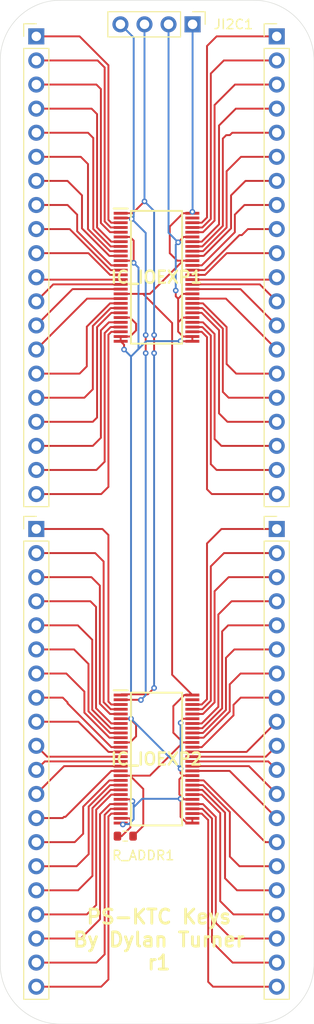
<source format=kicad_pcb>
(kicad_pcb (version 20240108) (generator "pcbnew") (generator_version "8.0")
  (title_block (title "Keyboard/Trackball Combo - Key IO Expanders") (date "2024-09-30") (rev "1") (company "Polymath Studio"))
  (layers (0 "F.Cu" signal) (31 "B.Cu" signal) (34 "B.Paste" user) (35 "F.Paste" user) (36 "B.SilkS" user "B.Silkscreen") (37 "F.SilkS" user "F.Silkscreen") (38 "B.Mask" user) (39 "F.Mask" user) (44 "Edge.Cuts" user))
  (net 0 "")
  (net 1 "/K5")
  (net 2 "/KESC")
  (net 3 "/KF9")
  (net 4 "/KT")
  (net 5 "/K9")
  (net 6 "/KD")
  (net 7 "/KHOME")
  (net 8 "/KF4")
  (net 9 "/KPGDOWN")
  (net 10 "/KO")
  (net 11 "GND")
  (net 12 "/K6")
  (net 13 "/KF5")
  (net 14 "/KF7")
  (net 15 "/KI")
  (net 16 "/KP")
  (net 17 "/KTAB")
  (net 18 "/KF3")
  (net 19 "/KF12")
  (net 20 "/KF8")
  (net 21 "VCC")
  (net 22 "/SDA")
  (net 23 "/KPGUP")
  (net 24 "/K0")
  (net 25 "/KF11")
  (net 26 "/KEND")
  (net 27 "/KF2")
  (net 28 "/KM")
  (net 29 "/KL")
  (net 30 "/K7")
  (net 31 "/KK")
  (net 32 "/K1")
  (net 33 "/KU")
  (net 34 "/KF")
  (net 35 "/KF6")
  (net 36 "/K8")
  (net 37 "/K3")
  (net 38 "/K4")
  (net 39 "/KR")
  (net 40 "/SCL")
  (net 41 "/KF1")
  (net 42 "/KF10")
  (net 43 "/KJ")
  (net 44 "/K2")
  (net 45 "/KZ")
  (net 46 "/KBSLASH")
  (net 47 "/KLBRACK")
  (net 48 "/KDEL")
  (net 49 "/KQ")
  (net 50 "/KCTRL")
  (net 51 "/KN")
  (net 52 "/KX")
  (net 53 "/KCOMPOSE")
  (net 54 "/KALT")
  (net 55 "/KTILDE")
  (net 56 "/KSPACE")
  (net 57 "/KPERIOD")
  (net 58 "/KINS")
  (net 59 "/KSLASH")
  (net 60 "/KG")
  (net 61 "/KCAPS")
  (net 62 "/KRETURN")
  (net 63 "/KWIN")
  (net 64 "/KDOWN")
  (net 65 "/KC")
  (net 66 "/KQUOTE")
  (net 67 "/KY")
  (net 68 "/KH")
  (net 69 "/KLEFT")
  (net 70 "/KSEMI")
  (net 71 "/KB")
  (net 72 "/KEQ")
  (net 73 "/KRIGHT")
  (net 74 "/KV")
  (net 75 "/KUP")
  (net 76 "/KW")
  (net 77 "/KS")
  (net 78 "/KMINUS")
  (net 79 "/KE")
  (net 80 "/KRBRACK")
  (net 81 "/KSHIFT")
  (net 82 "/KBSPACE")
  (net 83 "/KCOMMA")
  (net 84 "/KA")
  (net 85 "unconnected-(R_ADDR1-Pad2)")
  (footprint "Connector_PinHeader_2.54mm:PinHeader_1x04_P2.54mm_Vertical" (layer "F.Cu") (at 41.91 24.13 -90)
    (property "Reference" "JI2C1")
    (property "Value" "Conn_01x04_Pin" (hide yes))
  )
  (footprint "Connector_PinHeader_2.54mm:PinHeader_1x20_P2.54mm_Vertical" (layer "F.Cu") (at 50.8 77.343)
    (property "Reference" "JKEYSR2" (hide yes))
    (property "Value" "Conn_01x20_Pin" (hide yes))
  )
  (footprint "PCA9505DGGY:SOP50P810X120-56N" (layer "F.Cu") (at 38.1 50.8)
    (property "Reference" "IC_IOEXP1")
    (property "Value" "~" (hide yes))
  )
  (footprint "PCA9505DGGY:SOP50P810X120-56N" (layer "F.Cu") (at 38.1 101.6)
    (property "Reference" "IC_IOEXP2")
    (property "Value" "~" (hide yes))
  )
  (footprint "Resistor_SMD:R_0603_1608Metric" (layer "F.Cu") (at 34.798 109.728 180)
    (property "Reference" "R_ADDR1")
    (property "Value" "1-10k")
  )
  (footprint "Connector_PinHeader_2.54mm:PinHeader_1x20_P2.54mm_Vertical" (layer "F.Cu") (at 50.8 25.4)
    (property "Reference" "JKEYSR1" (hide yes))
    (property "Value" "Conn_01x20_Pin" (hide yes))
  )
  (footprint "Connector_PinHeader_2.54mm:PinHeader_1x20_P2.54mm_Vertical" (layer "F.Cu") (at 25.4 25.4)
    (property "Reference" "JKEYSL1" (hide yes))
    (property "Value" "Conn_01x20_Pin" (hide yes))
  )
  (footprint "Connector_PinHeader_2.54mm:PinHeader_1x20_P2.54mm_Vertical" (layer "F.Cu") (at 25.4 77.343)
    (property "Reference" "JKEYSL2" (hide yes))
    (property "Value" "Conn_01x20_Pin" (hide yes))
  )
  (gr_arc (start 21.59 27.94) (mid 23.449872 23.449872) (end 27.94 21.59) (stroke (width 0.05)) (layer "Edge.Cuts"))
  (gr_line (start 54.737 123.19) (end 54.737 27.94) (stroke (width 0.05)) (layer "Edge.Cuts"))
  (gr_arc (start 48.387 21.59) (mid 52.877128 23.449872) (end 54.737 27.94) (stroke (width 0.05)) (layer "Edge.Cuts"))
  (gr_line (start 48.387 129.54) (end 27.94 129.54) (stroke (width 0.05)) (layer "Edge.Cuts"))
  (gr_line (start 27.94 21.59) (end 48.387 21.59) (stroke (width 0.05)) (layer "Edge.Cuts"))
  (gr_line (start 21.59 27.94) (end 21.59 123.19) (stroke (width 0.05)) (layer "Edge.Cuts"))
  (gr_arc (start 27.94 129.54) (mid 23.449872 127.680128) (end 21.59 123.19) (stroke (width 0.05)) (layer "Edge.Cuts"))
  (gr_arc (start 54.737 123.19) (mid 52.877128 127.680128) (end 48.387 129.54) (stroke (width 0.05)) (layer "Edge.Cuts"))
  (gr_text "PS-KTC Keys\nBy Dylan Turner\nr1" (at 38.354 120.65 0) (layer "F.SilkS") (effects (font (size 1.5 1.5) (thickness 0.3) (bold yes))))
  (segment (start 32.22 67.729) (end 31.369 68.58) (width 0.2) (layer "F.Cu") (net 1))
  (segment (start 32.22 56.401) (end 32.22 67.729) (width 0.2) (layer "F.Cu") (net 1))
  (segment (start 33.071 55.55) (end 32.22 56.401) (width 0.2) (layer "F.Cu") (net 1))
  (segment (start 31.369 68.58) (end 25.4 68.58) (width 0.2) (layer "F.Cu") (net 1))
  (segment (start 34.312 55.55) (end 33.071 55.55) (width 0.2) (layer "F.Cu") (net 1))
  (segment (start 34.312 53.05) (end 30.77 53.05) (width 0.2) (layer "F.Cu") (net 2))
  (segment (start 30.77 53.05) (end 25.4 58.42) (width 0.2) (layer "F.Cu") (net 2))
  (segment (start 42.8755 47.05) (end 44.704 45.2215) (width 0.2) (layer "F.Cu") (net 3))
  (segment (start 46.482 33.02) (end 50.8 33.02) (width 0.2) (layer "F.Cu") (net 3))
  (segment (start 44.704 45.2215) (end 44.704 34.798) (width 0.2) (layer "F.Cu") (net 3))
  (segment (start 41.888 47.05) (end 42.8755 47.05) (width 0.2) (layer "F.Cu") (net 3))
  (segment (start 44.704 34.798) (end 46.482 33.02) (width 0.2) (layer "F.Cu") (net 3))
  (segment (start 32.62 56.688814) (end 32.62 70.25) (width 0.2) (layer "F.Cu") (net 4))
  (segment (start 31.75 71.12) (end 25.4 71.12) (width 0.2) (layer "F.Cu") (net 4))
  (segment (start 34.312 56.05) (end 33.258814 56.05) (width 0.2) (layer "F.Cu") (net 4))
  (segment (start 33.258814 56.05) (end 32.62 56.688814) (width 0.2) (layer "F.Cu") (net 4))
  (segment (start 32.62 70.25) (end 31.75 71.12) (width 0.2) (layer "F.Cu") (net 4))
  (segment (start 45.523686 48.26) (end 50.8 48.26) (width 0.2) (layer "F.Cu") (net 5))
  (segment (start 41.888 50.55) (end 43.233686 50.55) (width 0.2) (layer "F.Cu") (net 5))
  (segment (start 43.233686 50.55) (end 45.523686 48.26) (width 0.2) (layer "F.Cu") (net 5))
  (segment (start 34.312 52.05) (end 29.23 52.05) (width 0.2) (layer "F.Cu") (net 6))
  (segment (start 29.23 52.05) (end 25.4 55.88) (width 0.2) (layer "F.Cu") (net 6))
  (segment (start 33.127442 48.55) (end 30.226 45.648558) (width 0.2) (layer "F.Cu") (net 7))
  (segment (start 28.702 40.64) (end 25.4 40.64) (width 0.2) (layer "F.Cu") (net 7))
  (segment (start 30.226 42.164) (end 28.702 40.64) (width 0.2) (layer "F.Cu") (net 7))
  (segment (start 34.312 48.55) (end 33.127442 48.55) (width 0.2) (layer "F.Cu") (net 7))
  (segment (start 30.226 45.648558) (end 30.226 42.164) (width 0.2) (layer "F.Cu") (net 7))
  (segment (start 31.242 33.02) (end 25.4 33.02) (width 0.2) (layer "F.Cu") (net 8))
  (segment (start 34.312 47.05) (end 33.3245 47.05) (width 0.2) (layer "F.Cu") (net 8))
  (segment (start 33.3245 47.05) (end 31.82 45.5455) (width 0.2) (layer "F.Cu") (net 8))
  (segment (start 31.82 33.598) (end 31.242 33.02) (width 0.2) (layer "F.Cu") (net 8))
  (segment (start 31.82 45.5455) (end 31.82 33.598) (width 0.2) (layer "F.Cu") (net 8))
  (segment (start 47.498 40.64) (end 50.8 40.64) (width 0.2) (layer "F.Cu") (net 9))
  (segment (start 45.974 42.164) (end 47.498 40.64) (width 0.2) (layer "F.Cu") (net 9))
  (segment (start 45.974 45.648558) (end 45.974 42.164) (width 0.2) (layer "F.Cu") (net 9))
  (segment (start 43.072558 48.55) (end 45.974 45.648558) (width 0.2) (layer "F.Cu") (net 9))
  (segment (start 41.888 48.55) (end 43.072558 48.55) (width 0.2) (layer "F.Cu") (net 9))
  (segment (start 43.006872 55.55) (end 44.234 56.777128) (width 0.2) (layer "F.Cu") (net 10))
  (segment (start 41.888 55.55) (end 43.006872 55.55) (width 0.2) (layer "F.Cu") (net 10))
  (segment (start 44.958 68.58) (end 50.8 68.58) (width 0.2) (layer "F.Cu") (net 10))
  (segment (start 44.234 67.856) (end 44.958 68.58) (width 0.2) (layer "F.Cu") (net 10))
  (segment (start 44.234 56.777128) (end 44.234 67.856) (width 0.2) (layer "F.Cu") (net 10))
  (segment (start 41.888 57.55) (end 40.659 57.55) (width 0.2) (layer "F.Cu") (net 11))
  (segment (start 40.386 55.5645) (end 40.9005 55.05) (width 0.2) (layer "F.Cu") (net 11))
  (segment (start 35.941 97.9915) (end 35.941 99.2085) (width 0.2) (layer "F.Cu") (net 11))
  (segment (start 35.941 99.2085) (end 35.2995 99.85) (width 0.2) (layer "F.Cu") (net 11))
  (segment (start 35.461 49.05) (end 35.687 49.276) (width 0.2) (layer "F.Cu") (net 11))
  (segment (start 41.888 107.85) (end 41.888 108.35) (width 0.2) (layer "F.Cu") (net 11))
  (segment (start 40.513 105.342) (end 41.021 105.85) (width 0.2) (layer "F.Cu") (net 11))
  (segment (start 41.888 103.35) (end 40.9005 103.35) (width 0.2) (layer "F.Cu") (net 11))
  (segment (start 35.56 106.045) (end 35.365 105.85) (width 0.2) (layer "F.Cu") (net 11))
  (segment (start 35.2995 99.85) (end 34.312 99.85) (width 0.2) (layer "F.Cu") (net 11))
  (segment (start 35.2995 97.35) (end 35.941 97.9915) (width 0.2) (layer "F.Cu") (net 11))
  (segment (start 35.2995 55.05) (end 34.312 55.05) (width 0.2) (layer "F.Cu") (net 11))
  (segment (start 40.9005 52.55) (end 40.386 53.0645) (width 0.2) (layer "F.Cu") (net 11))
  (segment (start 40.9005 103.35) (end 40.513 103.7375) (width 0.2) (layer "F.Cu") (net 11))
  (segment (start 34.312 49.05) (end 35.461 49.05) (width 0.2) (layer "F.Cu") (net 11))
  (segment (start 35.941 55.6915) (end 35.2995 55.05) (width 0.2) (layer "F.Cu") (net 11))
  (segment (start 34.393998 108.35) (end 34.544 108.500002) (width 0.2) (layer "F.Cu") (net 11))
  (segment (start 40.9005 103.35) (end 40.64 103.0895) (width 0.2) (layer "F.Cu") (net 11))
  (segment (start 35.2995 57.05) (end 35.941 56.4085) (width 0.2) (layer "F.Cu") (net 11))
  (segment (start 41.888 52.55) (end 40.9005 52.55) (width 0.2) (layer "F.Cu") (net 11))
  (segment (start 34.312 97.35) (end 35.406572 97.35) (width 0.2) (layer "F.Cu") (net 11))
  (segment (start 40.64 107.6895) (end 40.64 105.791) (width 0.2) (layer "F.Cu") (net 11))
  (segment (start 40.9005 55.05) (end 41.888 55.05) (width 0.2) (layer "F.Cu") (net 11))
  (segment (start 34.671 58.42) (end 34.671 57.909) (width 0.2) (layer "F.Cu") (net 11))
  (segment (start 40.132 52.8105) (end 40.386 53.0645) (width 0.2) (layer "F.Cu") (net 11))
  (segment (start 40.650498 97.79) (end 40.650498 97.600002) (width 0.2) (layer "F.Cu") (net 11))
  (segment (start 34.312 57.05) (end 35.2995 57.05) (width 0.2) (layer "F.Cu") (net 11))
  (segment (start 40.659 57.55) (end 40.64 57.531) (width 0.2) (layer "F.Cu") (net 11))
  (segment (start 40.132 52.197) (end 40.132 52.8105) (width 0.2) (layer "F.Cu") (net 11))
  (segment (start 41.3005 108.35) (end 40.64 107.6895) (width 0.2) (layer "F.Cu") (net 11))
  (segment (start 40.699 105.85) (end 41.888 105.85) (width 0.2) (layer "F.Cu") (net 11))
  (segment (start 34.312 108.35) (end 34.393998 108.35) (width 0.2) (layer "F.Cu") (net 11))
  (segment (start 41.888 46.55) (end 40.953 46.55) (width 0.2) (layer "F.Cu") (net 11))
  (segment (start 35.2995 46.55) (end 35.687 46.9375) (width 0.2) (layer "F.Cu") (net 11))
  (segment (start 35.365 105.85) (end 34.312 105.85) (width 0.2) (layer "F.Cu") (net 11))
  (segment (start 41.888 108.35) (end 41.3005 108.35) (width 0.2) (layer "F.Cu") (net 11))
  (segment (start 40.513 103.7375) (end 40.513 105.342) (width 0.2) (layer "F.Cu") (net 11))
  (segment (start 35.941 56.4085) (end 35.941 55.6915) (width 0.2) (layer "F.Cu") (net 11))
  (segment (start 34.671 57.909) (end 34.312 57.55) (width 0.2) (layer "F.Cu") (net 11))
  (segment (start 41.888 57.55) (end 41.888 57.05) (width 0.2) (layer "F.Cu") (net 11))
  (segment (start 40.64 103.0895) (end 40.64 102.616) (width 0.2) (layer "F.Cu") (net 11))
  (segment (start 34.312 97.35) (end 35.2995 97.35) (width 0.2) (layer "F.Cu") (net 11))
  (segment (start 40.386 53.0645) (end 40.386 55.5645) (width 0.2) (layer "F.Cu") (net 11))
  (segment (start 34.312 46.55) (end 35.2995 46.55) (width 0.2) (layer "F.Cu") (net 11))
  (segment (start 35.406572 97.35) (end 35.406645 97.350073) (width 0.2) (layer "F.Cu") (net 11))
  (segment (start 41.888 57.05) (end 40.9005 57.05) (width 0.2) (layer "F.Cu") (net 11))
  (segment (start 40.9005 97.35) (end 41.888 97.35) (width 0.2) (layer "F.Cu") (net 11))
  (segment (start 34.312 57.55) (end 34.312 57.05) (width 0.2) (layer "F.Cu") (net 11))
  (segment (start 40.650498 97.600002) (end 40.9005 97.35) (width 0.2) (layer "F.Cu") (net 11))
  (segment (start 40.386 56.5355) (end 40.386 55.5645) (width 0.2) (layer "F.Cu") (net 11))
  (segment (start 40.9005 57.05) (end 40.386 56.5355) (width 0.2) (layer "F.Cu") (net 11))
  (segment (start 41.021 105.85) (end 41.888 105.85) (width 0.2) (layer "F.Cu") (net 11))
  (segment (start 40.64 105.791) (end 40.699 105.85) (width 0.2) (layer "F.Cu") (net 11))
  (segment (start 40.953 46.55) (end 40.386 47.117) (width 0.2) (layer "F.Cu") (net 11))
  (segment (start 35.687 46.9375) (end 35.687 49.276) (width 0.2) (layer "F.Cu") (net 11))
  (via (at 40.64 57.531) (size 0.6) (drill 0.3) (layers "F.Cu" "B.Cu") (net 11))
  (via (at 40.64 105.791) (size 0.6) (drill 0.3) (layers "F.Cu" "B.Cu") (net 11))
  (via (at 40.64 102.616) (size 0.6) (drill 0.3) (layers "F.Cu" "B.Cu") (net 11))
  (via (at 40.386 47.117) (size 0.6) (drill 0.3) (layers "F.Cu" "B.Cu") (net 11))
  (via (at 34.544 108.500002) (size 0.6) (drill 0.3) (layers "F.Cu" "B.Cu") (net 11))
  (via (at 34.671 58.42) (size 0.6) (drill 0.3) (layers "F.Cu" "B.Cu") (net 11))
  (via (at 35.687 49.276) (size 0.6) (drill 0.3) (layers "F.Cu" "B.Cu") (net 11))
  (via (at 40.650498 97.79) (size 0.6) (drill 0.3) (layers "F.Cu" "B.Cu") (net 11))
  (via (at 35.56 106.045) (size 0.6) (drill 0.3) (layers "F.Cu" "B.Cu") (net 11))
  (via (at 40.132 52.197) (size 0.6) (drill 0.3) (layers "F.Cu" "B.Cu") (net 11))
  (via (at 35.406645 97.350073) (size 0.6) (drill 0.3) (layers "F.Cu" "B.Cu") (net 11))
  (segment (start 40.64 97.800498) (end 40.650498 97.79) (width 0.2) (layer "B.Cu") (net 11))
  (segment (start 35.406645 97.350073) (end 40.64 102.583428) (width 0.2) (layer "B.Cu") (net 11))
  (segment (start 36.195 49.784) (end 36.195 58.36729) (width 0.2) (layer "B.Cu") (net 11))
  (segment (start 39.37 24.13) (end 39.37 46.101) (width 0.2) (layer "B.Cu") (net 11))
  (segment (start 35.687 49.276) (end 36.195 49.784) (width 0.2) (layer "B.Cu") (net 11))
  (segment (start 35.179 108.458) (end 35.687 107.95) (width 0.2) (layer "B.Cu") (net 11))
  (segment (start 35.406645 59.155645) (end 34.671 58.42) (width 0.2) (layer "B.Cu") (net 11))
  (segment (start 36.041645 58.520645) (end 35.406645 59.155645) (width 0.2) (layer "B.Cu") (net 11))
  (segment (start 36.576 105.791) (end 40.64 105.791) (width 0.2) (layer "B.Cu") (net 11))
  (segment (start 34.586002 108.458) (end 35.179 108.458) (width 0.2) (layer "B.Cu") (net 11))
  (segment (start 36.195 58.36729) (end 36.041645 58.520645) (width 0.2) (layer "B.Cu") (net 11))
  (segment (start 40.386 47.117) (end 40.132 47.371) (width 0.2) (layer "B.Cu") (net 11))
  (segment (start 40.64 57.531) (end 37.03129 57.531) (width 0.2) (layer "B.Cu") (net 11))
  (segment (start 34.544 108.500002) (end 34.586002 108.458) (width 0.2) (layer "B.Cu") (net 11))
  (segment (start 35.687 106.68) (end 36.576 105.791) (width 0.2) (layer "B.Cu") (net 11))
  (segment (start 35.687 106.68) (end 35.687 106.172) (width 0.2) (layer "B.Cu") (net 11))
  (segment (start 35.406645 97.350073) (end 35.406645 59.155645) (width 0.2) (layer "B.Cu") (net 11))
  (segment (start 40.64 102.583428) (end 40.64 102.616) (width 0.2) (layer "B.Cu") (net 11))
  (segment (start 40.64 102.616) (end 40.64 97.800498) (width 0.2) (layer "B.Cu") (net 11))
  (segment (start 35.687 107.95) (end 35.687 106.68) (width 0.2) (layer "B.Cu") (net 11))
  (segment (start 40.132 47.371) (end 40.132 52.197) (width 0.2) (layer "B.Cu") (net 11))
  (segment (start 39.37 46.101) (end 40.386 47.117) (width 0.2) (layer "B.Cu") (net 11))
  (segment (start 37.03129 57.531) (end 36.041645 58.520645) (width 0.2) (layer "B.Cu") (net 11))
  (segment (start 35.687 106.172) (end 35.56 106.045) (width 0.2) (layer "B.Cu") (net 11))
  (segment (start 45.593 66.04) (end 50.8 66.04) (width 0.2) (layer "F.Cu") (net 12))
  (segment (start 41.888 54.55) (end 42.8755 54.55) (width 0.2) (layer "F.Cu") (net 12))
  (segment (start 42.8755 54.55) (end 44.704 56.3785) (width 0.2) (layer "F.Cu") (net 12))
  (segment (start 44.704 56.3785) (end 44.704 65.151) (width 0.2) (layer "F.Cu") (net 12))
  (segment (start 44.704 65.151) (end 45.593 66.04) (width 0.2) (layer "F.Cu") (net 12))
  (segment (start 31.42 45.711186) (end 31.42 36.119) (width 0.2) (layer "F.Cu") (net 13))
  (segment (start 33.258814 47.55) (end 31.42 45.711186) (width 0.2) (layer "F.Cu") (net 13))
  (segment (start 30.861 35.56) (end 25.4 35.56) (width 0.2) (layer "F.Cu") (net 13))
  (segment (start 34.312 47.55) (end 33.258814 47.55) (width 0.2) (layer "F.Cu") (net 13))
  (segment (start 31.42 36.119) (end 30.861 35.56) (width 0.2) (layer "F.Cu") (net 13))
  (segment (start 43.006872 48.05) (end 45.504 45.552872) (width 0.2) (layer "F.Cu") (net 14))
  (segment (start 45.504 45.552872) (end 45.504 39.624) (width 0.2) (layer "F.Cu") (net 14))
  (segment (start 47.028 38.1) (end 50.8 38.1) (width 0.2) (layer "F.Cu") (net 14))
  (segment (start 41.888 48.05) (end 43.006872 48.05) (width 0.2) (layer "F.Cu") (net 14))
  (segment (start 45.504 39.624) (end 47.028 38.1) (width 0.2) (layer "F.Cu") (net 14))
  (segment (start 34.312 54.05) (end 33.258814 54.05) (width 0.2) (layer "F.Cu") (net 15))
  (segment (start 30.48 63.5) (end 25.4 63.5) (width 0.2) (layer "F.Cu") (net 15))
  (segment (start 31.369 55.939814) (end 31.369 62.611) (width 0.2) (layer "F.Cu") (net 15))
  (segment (start 31.369 62.611) (end 30.48 63.5) (width 0.2) (layer "F.Cu") (net 15))
  (segment (start 33.258814 54.05) (end 31.369 55.939814) (width 0.2) (layer "F.Cu") (net 15))
  (segment (start 45.72 63.5) (end 50.8 63.5) (width 0.2) (layer "F.Cu") (net 16))
  (segment (start 41.888 54.05) (end 42.941186 54.05) (width 0.2) (layer "F.Cu") (net 16))
  (segment (start 42.941186 54.05) (end 45.104 56.212814) (width 0.2) (layer "F.Cu") (net 16))
  (segment (start 45.104 62.884) (end 45.72 63.5) (width 0.2) (layer "F.Cu") (net 16))
  (segment (start 45.104 56.212814) (end 45.104 62.884) (width 0.2) (layer "F.Cu") (net 16))
  (segment (start 32.258 73.66) (end 25.4 73.66) (width 0.2) (layer "F.Cu") (net 17))
  (segment (start 34.312 56.55) (end 33.3245 56.55) (width 0.2) (layer "F.Cu") (net 17))
  (segment (start 33.02 56.8545) (end 33.02 72.898) (width 0.2) (layer "F.Cu") (net 17))
  (segment (start 33.02 72.898) (end 32.258 73.66) (width 0.2) (layer "F.Cu") (net 17))
  (segment (start 33.3245 56.55) (end 33.02 56.8545) (width 0.2) (layer "F.Cu") (net 17))
  (segment (start 33.193128 46.05) (end 32.22 45.076872) (width 0.2) (layer "F.Cu") (net 18))
  (segment (start 34.312 46.05) (end 33.193128 46.05) (width 0.2) (layer "F.Cu") (net 18))
  (segment (start 32.22 30.95) (end 31.75 30.48) (width 0.2) (layer "F.Cu") (net 18))
  (segment (start 32.22 45.076872) (end 32.22 30.95) (width 0.2) (layer "F.Cu") (net 18))
  (segment (start 31.75 30.48) (end 25.4 30.48) (width 0.2) (layer "F.Cu") (net 18))
  (segment (start 41.888 45.05) (end 42.8755 45.05) (width 0.2) (layer "F.Cu") (net 19))
  (segment (start 43.434 26.416) (end 44.45 25.4) (width 0.2) (layer "F.Cu") (net 19))
  (segment (start 42.8755 45.05) (end 43.434 44.4915) (width 0.2) (layer "F.Cu") (net 19))
  (segment (start 44.45 25.4) (end 50.8 25.4) (width 0.2) (layer "F.Cu") (net 19))
  (segment (start 43.434 44.4915) (end 43.434 26.416) (width 0.2) (layer "F.Cu") (net 19))
  (segment (start 41.888 47.55) (end 42.941186 47.55) (width 0.2) (layer "F.Cu") (net 20))
  (segment (start 45.847 35.814) (end 46.101 35.56) (width 0.2) (layer "F.Cu") (net 20))
  (segment (start 45.104 36.176) (end 45.466 35.814) (width 0.2) (layer "F.Cu") (net 20))
  (segment (start 46.101 35.56) (end 50.8 35.56) (width 0.2) (layer "F.Cu") (net 20))
  (segment (start 42.941186 47.55) (end 45.104 45.387186) (width 0.2) (layer "F.Cu") (net 20))
  (segment (start 45.466 35.814) (end 45.847 35.814) (width 0.2) (layer "F.Cu") (net 20))
  (segment (start 45.104 45.387186) (end 45.104 36.176) (width 0.2) (layer "F.Cu") (net 20))
  (segment (start 39.497 45.4535) (end 40.9005 44.05) (width 0.2) (layer "F.Cu") (net 21))
  (segment (start 34.312 103.35) (end 37.4005 103.35) (width 0.2) (layer "F.Cu") (net 21))
  (segment (start 35.2995 103.35) (end 34.312 103.35) (width 0.2) (layer "F.Cu") (net 21))
  (segment (start 35.623 109.728) (end 36.703 108.648) (width 0.2) (layer "F.Cu") (net 21))
  (segment (start 41.888 94.85) (end 39.751 92.713) (width 0.2) (layer "F.Cu") (net 21))
  (segment (start 37.4005 103.35) (end 40.9005 99.85) (width 0.2) (layer "F.Cu") (net 21))
  (segment (start 39.751 55.626) (end 36.675 52.55) (width 0.2) (layer "F.Cu") (net 21))
  (segment (start 39.878 98.8275) (end 39.878 96.012) (width 0.2) (layer "F.Cu") (net 21))
  (segment (start 40.287 49.05) (end 39.497 48.26) (width 0.2) (layer "F.Cu") (net 21))
  (segment (start 39.497 48.26) (end 39.497 45.4535) (width 0.2) (layer "F.Cu") (net 21))
  (segment (start 36.675 52.55) (end 34.312 52.55) (width 0.2) (layer "F.Cu") (net 21))
  (segment (start 41.888 49.05) (end 40.9005 49.05) (width 0.2) (layer "F.Cu") (net 21))
  (segment (start 40.9005 99.85) (end 39.878 98.8275) (width 0.2) (layer "F.Cu") (net 21))
  (segment (start 40.9005 49.05) (end 37.4005 52.55) (width 0.2) (layer "F.Cu") (net 21))
  (segment (start 39.751 92.713) (end 39.751 55.626) (width 0.2) (layer "F.Cu") (net 21))
  (segment (start 36.703 108.648) (end 36.703 104.7535) (width 0.2) (layer "F.Cu") (net 21))
  (segment (start 41.04 94.85) (end 41.888 94.85) (width 0.2) (layer "F.Cu") (net 21))
  (segment (start 36.703 104.7535) (end 35.2995 103.35) (width 0.2) (layer "F.Cu") (net 21))
  (segment (start 41.888 49.05) (end 40.287 49.05) (width 0.2) (layer "F.Cu") (net 21))
  (segment (start 39.878 96.012) (end 41.04 94.85) (width 0.2) (layer "F.Cu") (net 21))
  (segment (start 37.4005 52.55) (end 36.675 52.55) (width 0.2) (layer "F.Cu") (net 21))
  (segment (start 40.9005 99.85) (end 41.888 99.85) (width 0.2) (layer "F.Cu") (net 21))
  (segment (start 40.9005 44.05) (end 41.888 44.05) (width 0.2) (layer "F.Cu") (net 21))
  (via (at 41.888 43.899998) (size 0.6) (drill 0.3) (layers "F.Cu" "B.Cu") (net 21))
  (segment (start 41.91 43.877998) (end 41.888 43.899998) (width 0.2) (layer "B.Cu") (net 21))
  (segment (start 41.91 24.13) (end 41.91 43.877998) (width 0.2) (layer "B.Cu") (net 21))
  (segment (start 37.846 56.896) (end 37.846 58.801) (width 0.2) (layer "F.Cu") (net 22))
  (segment (start 36.83 42.799) (end 35.579 44.05) (width 0.2) (layer "F.Cu") (net 22))
  (segment (start 35.579 44.05) (end 34.312 44.05) (width 0.2) (layer "F.Cu") (net 22))
  (segment (start 37.846 94.107) (end 37.176 94.777) (width 0.2) (layer "F.Cu") (net 22))
  (segment (start 34.385 94.777) (end 34.312 94.85) (width 0.2) (layer "F.Cu") (net 22))
  (segment (start 37.176 94.777) (end 34.385 94.777) (width 0.2) (layer "F.Cu") (net 22))
  (via (at 37.846 94.107) (size 0.6) (drill 0.3) (layers "F.Cu" "B.Cu") (net 22))
  (via (at 37.846 56.896) (size 0.6) (drill 0.3) (layers "F.Cu" "B.Cu") (net 22))
  (via (at 36.83 42.799) (size 0.6) (drill 0.3) (layers "F.Cu" "B.Cu") (net 22))
  (via (at 37.846 58.801) (size 0.6) (drill 0.3) (layers "F.Cu" "B.Cu") (net 22))
  (segment (start 36.83 42.799) (end 37.846 43.815) (width 0.2) (layer "B.Cu") (net 22))
  (segment (start 36.83 42.799) (end 36.83 24.13) (width 0.2) (layer "B.Cu") (net 22))
  (segment (start 37.846 43.815) (end 37.846 56.896) (width 0.2) (layer "B.Cu") (net 22))
  (segment (start 37.846 58.801) (end 37.846 94.107) (width 0.2) (layer "B.Cu") (net 22))
  (segment (start 41.888 49.55) (end 42.8755 49.55) (width 0.2) (layer "F.Cu") (net 23))
  (segment (start 42.8755 49.55) (end 46.374 46.0515) (width 0.2) (layer "F.Cu") (net 23))
  (segment (start 46.374 46.0515) (end 46.374 44.196) (width 0.2) (layer "F.Cu") (net 23))
  (segment (start 46.374 44.196) (end 47.39 43.18) (width 0.2) (layer "F.Cu") (net 23))
  (segment (start 47.39 43.18) (end 50.8 43.18) (width 0.2) (layer "F.Cu") (net 23))
  (segment (start 45.43 53.05) (end 50.8 58.42) (width 0.2) (layer "F.Cu") (net 24))
  (segment (start 41.888 53.05) (end 45.43 53.05) (width 0.2) (layer "F.Cu") (net 24))
  (segment (start 43.834 29.318) (end 45.212 27.94) (width 0.2) (layer "F.Cu") (net 25))
  (segment (start 42.941186 45.55) (end 43.834 44.657186) (width 0.2) (layer "F.Cu") (net 25))
  (segment (start 43.834 44.657186) (end 43.834 29.318) (width 0.2) (layer "F.Cu") (net 25))
  (segment (start 41.888 45.55) (end 42.941186 45.55) (width 0.2) (layer "F.Cu") (net 25))
  (segment (start 45.212 27.94) (end 50.8 27.94) (width 0.2) (layer "F.Cu") (net 25))
  (segment (start 33.3245 49.55) (end 29.718 45.9435) (width 0.2) (layer "F.Cu") (net 26))
  (segment (start 28.702 43.18) (end 25.4 43.18) (width 0.2) (layer "F.Cu") (net 26))
  (segment (start 34.312 49.55) (end 33.3245 49.55) (width 0.2) (layer "F.Cu") (net 26))
  (segment (start 29.718 44.196) (end 28.702 43.18) (width 0.2) (layer "F.Cu") (net 26))
  (segment (start 29.718 45.9435) (end 29.718 44.196) (width 0.2) (layer "F.Cu") (net 26))
  (segment (start 32.62 28.683) (end 31.877 27.94) (width 0.2) (layer "F.Cu") (net 27))
  (segment (start 34.312 45.55) (end 33.258814 45.55) (width 0.2) (layer "F.Cu") (net 27))
  (segment (start 33.258814 45.55) (end 32.62 44.911186) (width 0.2) (layer "F.Cu") (net 27))
  (segment (start 32.62 44.911186) (end 32.62 28.683) (width 0.2) (layer "F.Cu") (net 27))
  (segment (start 31.877 27.94) (end 25.4 27.94) (width 0.2) (layer "F.Cu") (net 27))
  (segment (start 41.888 56.05) (end 42.941186 56.05) (width 0.2) (layer "F.Cu") (net 28))
  (segment (start 43.834 56.942814) (end 43.834 70.504) (width 0.2) (layer "F.Cu") (net 28))
  (segment (start 42.941186 56.05) (end 43.834 56.942814) (width 0.2) (layer "F.Cu") (net 28))
  (segment (start 44.45 71.12) (end 50.8 71.12) (width 0.2) (layer "F.Cu") (net 28))
  (segment (start 43.834 70.504) (end 44.45 71.12) (width 0.2) (layer "F.Cu") (net 28))
  (segment (start 41.888 51.05) (end 50.55 51.05) (width 0.2) (layer "F.Cu") (net 29))
  (segment (start 50.55 51.05) (end 50.8 50.8) (width 0.2) (layer "F.Cu") (net 29))
  (segment (start 41.888 51.55) (end 49.01 51.55) (width 0.2) (layer "F.Cu") (net 30))
  (segment (start 49.01 51.55) (end 50.8 53.34) (width 0.2) (layer "F.Cu") (net 30))
  (segment (start 33.3245 54.55) (end 31.82 56.0545) (width 0.2) (layer "F.Cu") (net 31))
  (segment (start 31.369 66.04) (end 25.4 66.04) (width 0.2) (layer "F.Cu") (net 31))
  (segment (start 31.82 56.0545) (end 31.82 65.589) (width 0.2) (layer "F.Cu") (net 31))
  (segment (start 34.312 54.55) (end 33.3245 54.55) (width 0.2) (layer "F.Cu") (net 31))
  (segment (start 31.82 65.589) (end 31.369 66.04) (width 0.2) (layer "F.Cu") (net 31))
  (segment (start 29.972 60.96) (end 25.4 60.96) (width 0.2) (layer "F.Cu") (net 32))
  (segment (start 30.734 60.198) (end 29.972 60.96) (width 0.2) (layer "F.Cu") (net 32))
  (segment (start 30.734 56.009128) (end 30.734 60.198) (width 0.2) (layer "F.Cu") (net 32))
  (segment (start 34.312 53.55) (end 33.193128 53.55) (width 0.2) (layer "F.Cu") (net 32))
  (segment (start 33.193128 53.55) (end 30.734 56.009128) (width 0.2) (layer "F.Cu") (net 32))
  (segment (start 41.888 52.05) (end 46.97 52.05) (width 0.2) (layer "F.Cu") (net 33))
  (segment (start 46.97 52.05) (end 50.8 55.88) (width 0.2) (layer "F.Cu") (net 33))
  (segment (start 25.65 51.05) (end 25.4 50.8) (width 0.2) (layer "F.Cu") (net 34))
  (segment (start 34.312 51.05) (end 25.65 51.05) (width 0.2) (layer "F.Cu") (net 34))
  (segment (start 33.193128 48.05) (end 30.861 45.717872) (width 0.2) (layer "F.Cu") (net 35))
  (segment (start 34.312 48.05) (end 33.193128 48.05) (width 0.2) (layer "F.Cu") (net 35))
  (segment (start 30.861 38.862) (end 30.099 38.1) (width 0.2) (layer "F.Cu") (net 35))
  (segment (start 30.861 45.717872) (end 30.861 38.862) (width 0.2) (layer "F.Cu") (net 35))
  (segment (start 30.099 38.1) (end 25.4 38.1) (width 0.2) (layer "F.Cu") (net 35))
  (segment (start 47.117 46.355) (end 47.752 45.72) (width 0.2) (layer "F.Cu") (net 36))
  (segment (start 47.752 45.72) (end 50.8 45.72) (width 0.2) (layer "F.Cu") (net 36))
  (segment (start 43.168 50.05) (end 46.863 46.355) (width 0.2) (layer "F.Cu") (net 36))
  (segment (start 41.888 50.05) (end 43.168 50.05) (width 0.2) (layer "F.Cu") (net 36))
  (segment (start 46.863 46.355) (end 47.117 46.355) (width 0.2) (layer "F.Cu") (net 36))
  (segment (start 28.928814 45.72) (end 25.4 45.72) (width 0.2) (layer "F.Cu") (net 37))
  (segment (start 33.258814 50.05) (end 28.928814 45.72) (width 0.2) (layer "F.Cu") (net 37))
  (segment (start 34.312 50.05) (end 33.258814 50.05) (width 0.2) (layer "F.Cu") (net 37))
  (segment (start 34.312 51.55) (end 27.19 51.55) (width 0.2) (layer "F.Cu") (net 38))
  (segment (start 27.19 51.55) (end 25.4 53.34) (width 0.2) (layer "F.Cu") (net 38))
  (segment (start 46.52 60.96) (end 50.8 60.96) (width 0.2) (layer "F.Cu") (net 39))
  (segment (start 41.888 53.55) (end 43.006872 53.55) (width 0.2) (layer "F.Cu") (net 39))
  (segment (start 43.006872 53.55) (end 45.504 56.047128) (width 0.2) (layer "F.Cu") (net 39))
  (segment (start 45.504 59.944) (end 46.52 60.96) (width 0.2) (layer "F.Cu") (net 39))
  (segment (start 45.504 56.047128) (end 45.504 59.944) (width 0.2) (layer "F.Cu") (net 39))
  (segment (start 36.449 95.377) (end 36.422 95.35) (width 0.2) (layer "F.Cu") (net 40))
  (segment (start 35.382513 44.55) (end 34.312 44.55) (width 0.2) (layer "F.Cu") (net 40))
  (segment (start 36.957 56.896) (end 36.957 58.801) (width 0.2) (layer "F.Cu") (net 40))
  (segment (start 36.422 95.35) (end 34.312 95.35) (width 0.2) (layer "F.Cu") (net 40))
  (segment (start 35.482513 44.65) (end 35.382513 44.55) (width 0.2) (layer "F.Cu") (net 40))
  (via (at 35.482513 44.65) (size 0.6) (drill 0.3) (layers "F.Cu" "B.Cu") (net 40))
  (via (at 36.957 58.801) (size 0.6) (drill 0.3) (layers "F.Cu" "B.Cu") (net 40))
  (via (at 36.449 95.377) (size 0.6) (drill 0.3) (layers "F.Cu" "B.Cu") (net 40))
  (via (at 36.957 56.896) (size 0.6) (drill 0.3) (layers "F.Cu" "B.Cu") (net 40))
  (segment (start 35.482513 44.65) (end 36.957 46.124487) (width 0.2) (layer "B.Cu") (net 40))
  (segment (start 36.957 94.869) (end 36.449 95.377) (width 0.2) (layer "B.Cu") (net 40))
  (segment (start 36.957 46.124487) (end 36.957 56.896) (width 0.2) (layer "B.Cu") (net 40))
  (segment (start 35.687 44.445513) (end 35.482513 44.65) (width 0.2) (layer "B.Cu") (net 40))
  (segment (start 35.687 33.02) (end 35.687 44.445513) (width 0.2) (layer "B.Cu") (net 40))
  (segment (start 34.29 24.13) (end 35.687 25.527) (width 0.2) (layer "B.Cu") (net 40))
  (segment (start 35.687 25.527) (end 35.687 33.02) (width 0.2) (layer "B.Cu") (net 40))
  (segment (start 36.957 58.801) (end 36.957 94.869) (width 0.2) (layer "B.Cu") (net 40))
  (segment (start 33.02 44.7455) (end 33.3245 45.05) (width 0.2) (layer "F.Cu") (net 41))
  (segment (start 33.02 28.448) (end 33.02 44.7455) (width 0.2) (layer "F.Cu") (net 41))
  (segment (start 33.3245 45.05) (end 34.312 45.05) (width 0.2) (layer "F.Cu") (net 41))
  (segment (start 29.972 25.4) (end 33.02 28.448) (width 0.2) (layer "F.Cu") (net 41))
  (segment (start 25.4 25.4) (end 29.972 25.4) (width 0.2) (layer "F.Cu") (net 41))
  (segment (start 43.006872 46.05) (end 44.234 44.822872) (width 0.2) (layer "F.Cu") (net 42))
  (segment (start 44.234 44.822872) (end 44.234 32.639) (width 0.2) (layer "F.Cu") (net 42))
  (segment (start 46.393 30.48) (end 50.8 30.48) (width 0.2) (layer "F.Cu") (net 42))
  (segment (start 41.888 46.05) (end 43.006872 46.05) (width 0.2) (layer "F.Cu") (net 42))
  (segment (start 44.234 32.639) (end 46.393 30.48) (width 0.2) (layer "F.Cu") (net 42))
  (segment (start 41.888 56.55) (end 42.8755 56.55) (width 0.2) (layer "F.Cu") (net 43))
  (segment (start 42.8755 56.55) (end 43.434 57.1085) (width 0.2) (layer "F.Cu") (net 43))
  (segment (start 43.942 73.66) (end 50.8 73.66) (width 0.2) (layer "F.Cu") (net 43))
  (segment (start 43.434 73.152) (end 43.942 73.66) (width 0.2) (layer "F.Cu") (net 43))
  (segment (start 43.434 57.1085) (end 43.434 73.152) (width 0.2) (layer "F.Cu") (net 43))
  (segment (start 34.312 50.55) (end 33.193128 50.55) (width 0.2) (layer "F.Cu") (net 44))
  (segment (start 30.903128 48.26) (end 25.4 48.26) (width 0.2) (layer "F.Cu") (net 44))
  (segment (start 33.193128 50.55) (end 30.903128 48.26) (width 0.2) (layer "F.Cu") (net 44))
  (segment (start 34.312 102.85) (end 33.3245 102.85) (width 0.2) (layer "F.Cu") (net 45))
  (segment (start 33.3245 102.85) (end 28.4785 107.696) (width 0.2) (layer "F.Cu") (net 45))
  (segment (start 28.4785 107.696) (end 28.321 107.696) (width 0.2) (layer "F.Cu") (net 45))
  (segment (start 28.321 107.696) (end 28.194 107.823) (width 0.2) (layer "F.Cu") (net 45))
  (segment (start 28.194 107.823) (end 25.4 107.823) (width 0.2) (layer "F.Cu") (net 45))
  (segment (start 30.353 109.474) (end 29.464 110.363) (width 0.2) (layer "F.Cu") (net 46))
  (segment (start 34.312 103.85) (end 33.127442 103.85) (width 0.2) (layer "F.Cu") (net 46))
  (segment (start 30.353 106.624442) (end 30.353 109.474) (width 0.2) (layer "F.Cu") (net 46))
  (segment (start 33.127442 103.85) (end 30.353 106.624442) (width 0.2) (layer "F.Cu") (net 46))
  (segment (start 29.464 110.363) (end 25.4 110.363) (width 0.2) (layer "F.Cu") (net 46))
  (segment (start 33.3245 100.35) (end 28.702 95.7275) (width 0.2) (layer "F.Cu") (net 47))
  (segment (start 28.702 95.7275) (end 28.702 95.631) (width 0.2) (layer "F.Cu") (net 47))
  (segment (start 28.194 95.123) (end 25.4 95.123) (width 0.2) (layer "F.Cu") (net 47))
  (segment (start 34.312 100.35) (end 33.3245 100.35) (width 0.2) (layer "F.Cu") (net 47))
  (segment (start 28.702 95.631) (end 28.194 95.123) (width 0.2) (layer "F.Cu") (net 47))
  (segment (start 31.731 116.986) (end 30.734 117.983) (width 0.2) (layer "F.Cu") (net 48))
  (segment (start 31.731 106.9435) (end 31.731 116.986) (width 0.2) (layer "F.Cu") (net 48))
  (segment (start 33.3245 105.35) (end 31.731 106.9435) (width 0.2) (layer "F.Cu") (net 48))
  (segment (start 34.312 105.35) (end 33.3245 105.35) (width 0.2) (layer "F.Cu") (net 48))
  (segment (start 30.734 117.983) (end 25.4 117.983) (width 0.2) (layer "F.Cu") (net 48))
  (segment (start 41.888 101.35) (end 49.653 101.35) (width 0.2) (layer "F.Cu") (net 49))
  (segment (start 49.653 101.35) (end 50.8 100.203) (width 0.2) (layer "F.Cu") (net 49))
  (segment (start 33.02 107.6545) (end 33.02 124.841) (width 0.2) (layer "F.Cu") (net 50))
  (segment (start 33.02 124.841) (end 32.258 125.603) (width 0.2) (layer "F.Cu") (net 50))
  (segment (start 33.3245 107.35) (end 33.02 107.6545) (width 0.2) (layer "F.Cu") (net 50))
  (segment (start 32.258 125.603) (end 25.4 125.603) (width 0.2) (layer "F.Cu") (net 50))
  (segment (start 34.312 107.35) (end 33.3245 107.35) (width 0.2) (layer "F.Cu") (net 50))
  (segment (start 45.034 88.138) (end 45.669 87.503) (width 0.2) (layer "F.Cu") (net 51))
  (segment (start 45.034 96.257186) (end 45.034 88.138) (width 0.2) (layer "F.Cu") (net 51))
  (segment (start 45.669 87.503) (end 50.8 87.503) (width 0.2) (layer "F.Cu") (net 51))
  (segment (start 41.888 98.35) (end 42.941186 98.35) (width 0.2) (layer "F.Cu") (net 51))
  (segment (start 42.941186 98.35) (end 45.034 96.257186) (width 0.2) (layer "F.Cu") (net 51))
  (segment (start 31.312 96.403186) (end 31.312 89.027) (width 0.2) (layer "F.Cu") (net 52))
  (segment (start 29.788 87.503) (end 25.4 87.503) (width 0.2) (layer "F.Cu") (net 52))
  (segment (start 33.258814 98.35) (end 31.312 96.403186) (width 0.2) (layer "F.Cu") (net 52))
  (segment (start 31.312 89.027) (end 29.788 87.503) (width 0.2) (layer "F.Cu") (net 52))
  (segment (start 34.312 98.35) (end 33.258814 98.35) (width 0.2) (layer "F.Cu") (net 52))
  (segment (start 46.863 112.903) (end 50.8 112.903) (width 0.2) (layer "F.Cu") (net 53))
  (segment (start 45.847 111.887) (end 46.863 112.903) (width 0.2) (layer "F.Cu") (net 53))
  (segment (start 45.847 107.190128) (end 45.847 111.887) (width 0.2) (layer "F.Cu") (net 53))
  (segment (start 41.888 104.35) (end 43.006872 104.35) (width 0.2) (layer "F.Cu") (net 53))
  (segment (start 43.006872 104.35) (end 45.847 107.190128) (width 0.2) (layer "F.Cu") (net 53))
  (segment (start 44.831 107.3055) (end 44.831 116.586) (width 0.2) (layer "F.Cu") (net 54))
  (segment (start 42.8755 105.35) (end 44.831 107.3055) (width 0.2) (layer "F.Cu") (net 54))
  (segment (start 41.888 105.35) (end 42.8755 105.35) (width 0.2) (layer "F.Cu") (net 54))
  (segment (start 46.228 117.983) (end 50.8 117.983) (width 0.2) (layer "F.Cu") (net 54))
  (segment (start 44.831 116.586) (end 46.228 117.983) (width 0.2) (layer "F.Cu") (net 54))
  (segment (start 46.031 84.963) (end 50.8 84.963) (width 0.2) (layer "F.Cu") (net 55))
  (segment (start 41.888 97.85) (end 42.8755 97.85) (width 0.2) (layer "F.Cu") (net 55))
  (segment (start 44.634 96.0915) (end 44.634 86.36) (width 0.2) (layer "F.Cu") (net 55))
  (segment (start 44.634 86.36) (end 46.031 84.963) (width 0.2) (layer "F.Cu") (net 55))
  (segment (start 42.8755 97.85) (end 44.634 96.0915) (width 0.2) (layer "F.Cu") (net 55))
  (segment (start 45.827 102.85) (end 50.8 107.823) (width 0.2) (layer "F.Cu") (net 56))
  (segment (start 41.888 102.85) (end 45.827 102.85) (width 0.2) (layer "F.Cu") (net 56))
  (segment (start 46.234 95.885) (end 46.996 95.123) (width 0.2) (layer "F.Cu") (net 57))
  (segment (start 42.8755 100.35) (end 46.234 96.9915) (width 0.2) (layer "F.Cu") (net 57))
  (segment (start 41.888 100.35) (end 42.8755 100.35) (width 0.2) (layer "F.Cu") (net 57))
  (segment (start 46.234 96.9915) (end 46.234 95.885) (width 0.2) (layer "F.Cu") (net 57))
  (segment (start 46.996 95.123) (end 50.8 95.123) (width 0.2) (layer "F.Cu") (net 57))
  (segment (start 30.931 111.633) (end 29.661 112.903) (width 0.2) (layer "F.Cu") (net 58))
  (segment (start 33.193128 104.35) (end 30.931 106.612128) (width 0.2) (layer "F.Cu") (net 58))
  (segment (start 34.312 104.35) (end 33.193128 104.35) (width 0.2) (layer "F.Cu") (net 58))
  (segment (start 29.661 112.903) (end 25.4 112.903) (width 0.2) (layer "F.Cu") (net 58))
  (segment (start 30.931 106.612128) (end 30.931 111.633) (width 0.2) (layer "F.Cu") (net 58))
  (segment (start 49.907 101.85) (end 50.8 102.743) (width 0.2) (layer "F.Cu") (net 59))
  (segment (start 41.888 101.85) (end 49.907 101.85) (width 0.2) (layer "F.Cu") (net 59))
  (segment (start 33.032 100.85) (end 29.845 97.663) (width 0.2) (layer "F.Cu") (net 60))
  (segment (start 34.312 100.85) (end 33.032 100.85) (width 0.2) (layer "F.Cu") (net 60))
  (segment (start 29.845 97.663) (end 25.4 97.663) (width 0.2) (layer "F.Cu") (net 60))
  (segment (start 34.312 102.35) (end 28.333 102.35) (width 0.2) (layer "F.Cu") (net 61))
  (segment (start 28.333 102.35) (end 25.4 105.283) (width 0.2) (layer "F.Cu") (net 61))
  (segment (start 42.941186 104.85) (end 45.339 107.247814) (width 0.2) (layer "F.Cu") (net 62))
  (segment (start 45.339 107.247814) (end 45.339 114.173) (width 0.2) (layer "F.Cu") (net 62))
  (segment (start 41.888 104.85) (end 42.941186 104.85) (width 0.2) (layer "F.Cu") (net 62))
  (segment (start 45.339 114.173) (end 46.609 115.443) (width 0.2) (layer "F.Cu") (net 62))
  (segment (start 46.609 115.443) (end 50.8 115.443) (width 0.2) (layer "F.Cu") (net 62))
  (segment (start 49.585558 110.363) (end 50.8 110.363) (width 0.2) (layer "F.Cu") (net 63))
  (segment (start 41.888 103.85) (end 43.072558 103.85) (width 0.2) (layer "F.Cu") (net 63))
  (segment (start 43.072558 103.85) (end 49.585558 110.363) (width 0.2) (layer "F.Cu") (net 63))
  (segment (start 43.961 120.885) (end 46.139 123.063) (width 0.2) (layer "F.Cu") (net 64))
  (segment (start 42.941186 106.85) (end 43.961 107.869814) (width 0.2) (layer "F.Cu") (net 64))
  (segment (start 43.961 107.869814) (end 43.961 120.885) (width 0.2) (layer "F.Cu") (net 64))
  (segment (start 46.139 123.063) (end 50.8 123.063) (width 0.2) (layer "F.Cu") (net 64))
  (segment (start 41.888 106.85) (end 42.941186 106.85) (width 0.2) (layer "F.Cu") (net 64))
  (segment (start 33.02 95.5455) (end 33.02 77.978) (width 0.2) (layer "F.Cu") (net 65))
  (segment (start 32.385 77.343) (end 25.4 77.343) (width 0.2) (layer "F.Cu") (net 65))
  (segment (start 33.3245 95.85) (end 33.02 95.5455) (width 0.2) (layer "F.Cu") (net 65))
  (segment (start 34.312 95.85) (end 33.3245 95.85) (width 0.2) (layer "F.Cu") (net 65))
  (segment (start 33.02 77.978) (end 32.385 77.343) (width 0.2) (layer "F.Cu") (net 65))
  (segment (start 41.888 100.85) (end 47.613 100.85) (width 0.2) (layer "F.Cu") (net 66))
  (segment (start 47.613 100.85) (end 50.8 97.663) (width 0.2) (layer "F.Cu") (net 66))
  (segment (start 31.115 84.963) (end 25.4 84.963) (width 0.2) (layer "F.Cu") (net 67))
  (segment (start 34.312 97.85) (end 33.3245 97.85) (width 0.2) (layer "F.Cu") (net 67))
  (segment (start 33.3245 97.85) (end 31.712 96.2375) (width 0.2) (layer "F.Cu") (net 67))
  (segment (start 31.712 96.2375) (end 31.712 85.56) (width 0.2) (layer "F.Cu") (net 67))
  (segment (start 31.712 85.56) (end 31.115 84.963) (width 0.2) (layer "F.Cu") (net 67))
  (segment (start 45.231 79.883) (end 50.8 79.883) (width 0.2) (layer "F.Cu") (net 68))
  (segment (start 43.834 81.28) (end 45.231 79.883) (width 0.2) (layer "F.Cu") (net 68))
  (segment (start 42.941186 96.35) (end 43.834 95.457186) (width 0.2) (layer "F.Cu") (net 68))
  (segment (start 41.888 96.35) (end 42.941186 96.35) (width 0.2) (layer "F.Cu") (net 68))
  (segment (start 43.834 95.457186) (end 43.834 81.28) (width 0.2) (layer "F.Cu") (net 68))
  (segment (start 43.561 108.0355) (end 43.561 125.095) (width 0.2) (layer "F.Cu") (net 69))
  (segment (start 42.8755 107.35) (end 43.561 108.0355) (width 0.2) (layer "F.Cu") (net 69))
  (segment (start 43.561 125.095) (end 44.069 125.603) (width 0.2) (layer "F.Cu") (net 69))
  (segment (start 41.888 107.35) (end 42.8755 107.35) (width 0.2) (layer "F.Cu") (net 69))
  (segment (start 44.069 125.603) (end 50.8 125.603) (width 0.2) (layer "F.Cu") (net 69))
  (segment (start 34.312 101.85) (end 26.293 101.85) (width 0.2) (layer "F.Cu") (net 70))
  (segment (start 26.293 101.85) (end 25.4 102.743) (width 0.2) (layer "F.Cu") (net 70))
  (segment (start 45.834 93.726) (end 46.977 92.583) (width 0.2) (layer "F.Cu") (net 71))
  (segment (start 41.888 99.35) (end 43.072558 99.35) (width 0.2) (layer "F.Cu") (net 71))
  (segment (start 45.834 96.588558) (end 45.834 93.726) (width 0.2) (layer "F.Cu") (net 71))
  (segment (start 46.977 92.583) (end 50.8 92.583) (width 0.2) (layer "F.Cu") (net 71))
  (segment (start 43.072558 99.35) (end 45.834 96.588558) (width 0.2) (layer "F.Cu") (net 71))
  (segment (start 34.312 106.85) (end 33.258814 106.85) (width 0.2) (layer "F.Cu") (net 72))
  (segment (start 32.62 107.488814) (end 32.62 122.193) (width 0.2) (layer "F.Cu") (net 72))
  (segment (start 32.62 122.193) (end 31.75 123.063) (width 0.2) (layer "F.Cu") (net 72))
  (segment (start 31.75 123.063) (end 25.4 123.063) (width 0.2) (layer "F.Cu") (net 72))
  (segment (start 33.258814 106.85) (end 32.62 107.488814) (width 0.2) (layer "F.Cu") (net 72))
  (segment (start 44.361 118.872) (end 46.012 120.523) (width 0.2) (layer "F.Cu") (net 73))
  (segment (start 46.012 120.523) (end 50.8 120.523) (width 0.2) (layer "F.Cu") (net 73))
  (segment (start 43.006872 106.35) (end 44.361 107.704128) (width 0.2) (layer "F.Cu") (net 73))
  (segment (start 41.888 106.35) (end 43.006872 106.35) (width 0.2) (layer "F.Cu") (net 73))
  (segment (start 44.361 107.704128) (end 44.361 118.872) (width 0.2) (layer "F.Cu") (net 73))
  (segment (start 34.312 96.35) (end 33.258814 96.35) (width 0.2) (layer "F.Cu") (net 74))
  (segment (start 32.512 95.603186) (end 32.512 80.772) (width 0.2) (layer "F.Cu") (net 74))
  (segment (start 31.623 79.883) (end 25.4 79.883) (width 0.2) (layer "F.Cu") (net 74))
  (segment (start 33.258814 96.35) (end 32.512 95.603186) (width 0.2) (layer "F.Cu") (net 74))
  (segment (start 32.512 80.772) (end 31.623 79.883) (width 0.2) (layer "F.Cu") (net 74))
  (segment (start 33.193128 106.35) (end 32.131 107.412128) (width 0.2) (layer "F.Cu") (net 75))
  (segment (start 30.099 120.523) (end 25.4 120.523) (width 0.2) (layer "F.Cu") (net 75))
  (segment (start 32.131 118.491) (end 30.099 120.523) (width 0.2) (layer "F.Cu") (net 75))
  (segment (start 32.131 107.412128) (end 32.131 118.491) (width 0.2) (layer "F.Cu") (net 75))
  (segment (start 34.312 106.35) (end 33.193128 106.35) (width 0.2) (layer "F.Cu") (net 75))
  (segment (start 41.888 96.85) (end 43.006872 96.85) (width 0.2) (layer "F.Cu") (net 76))
  (segment (start 44.234 83.909) (end 45.72 82.423) (width 0.2) (layer "F.Cu") (net 76))
  (segment (start 43.006872 96.85) (end 44.234 95.622872) (width 0.2) (layer "F.Cu") (net 76))
  (segment (start 45.72 82.423) (end 50.8 82.423) (width 0.2) (layer "F.Cu") (net 76))
  (segment (start 44.234 95.622872) (end 44.234 83.909) (width 0.2) (layer "F.Cu") (net 76))
  (segment (start 30.48 96.702558) (end 30.48 94.488) (width 0.2) (layer "F.Cu") (net 77))
  (segment (start 34.312 99.35) (end 33.127442 99.35) (width 0.2) (layer "F.Cu") (net 77))
  (segment (start 28.575 92.583) (end 25.4 92.583) (width 0.2) (layer "F.Cu") (net 77))
  (segment (start 30.48 94.488) (end 28.575 92.583) (width 0.2) (layer "F.Cu") (net 77))
  (segment (start 33.127442 99.35) (end 30.48 96.702558) (width 0.2) (layer "F.Cu") (net 77))
  (segment (start 41.888 102.35) (end 47.867 102.35) (width 0.2) (layer "F.Cu") (net 78))
  (segment (start 47.867 102.35) (end 50.8 105.283) (width 0.2) (layer "F.Cu") (net 78))
  (segment (start 44.958 77.343) (end 50.8 77.343) (width 0.2) (layer "F.Cu") (net 79))
  (segment (start 43.434 78.867) (end 44.958 77.343) (width 0.2) (layer "F.Cu") (net 79))
  (segment (start 43.434 95.2915) (end 43.434 78.867) (width 0.2) (layer "F.Cu") (net 79))
  (segment (start 42.8755 95.85) (end 43.434 95.2915) (width 0.2) (layer "F.Cu") (net 79))
  (segment (start 41.888 95.85) (end 42.8755 95.85) (width 0.2) (layer "F.Cu") (net 79))
  (segment (start 43.006872 98.85) (end 45.434 96.422872) (width 0.2) (layer "F.Cu") (net 80))
  (segment (start 45.434 90.932) (end 46.323 90.043) (width 0.2) (layer "F.Cu") (net 80))
  (segment (start 41.888 98.85) (end 43.006872 98.85) (width 0.2) (layer "F.Cu") (net 80))
  (segment (start 45.434 96.422872) (end 45.434 90.932) (width 0.2) (layer "F.Cu") (net 80))
  (segment (start 46.323 90.043) (end 50.8 90.043) (width 0.2) (layer "F.Cu") (net 80))
  (segment (start 33.193128 98.85) (end 30.912 96.568872) (width 0.2) (layer "F.Cu") (net 81))
  (segment (start 30.912 96.568872) (end 30.912 91.567) (width 0.2) (layer "F.Cu") (net 81))
  (segment (start 34.312 98.85) (end 33.193128 98.85) (width 0.2) (layer "F.Cu") (net 81))
  (segment (start 29.388 90.043) (end 25.4 90.043) (width 0.2) (layer "F.Cu") (net 81))
  (segment (start 30.912 91.567) (end 29.388 90.043) (width 0.2) (layer "F.Cu") (net 81))
  (segment (start 31.331 113.919) (end 29.807 115.443) (width 0.2) (layer "F.Cu") (net 82))
  (segment (start 33.258814 104.85) (end 31.331 106.777814) (width 0.2) (layer "F.Cu") (net 82))
  (segment (start 29.807 115.443) (end 25.4 115.443) (width 0.2) (layer "F.Cu") (net 82))
  (segment (start 31.331 106.777814) (end 31.331 113.919) (width 0.2) (layer "F.Cu") (net 82))
  (segment (start 34.312 104.85) (end 33.258814 104.85) (width 0.2) (layer "F.Cu") (net 82))
  (segment (start 34.312 101.35) (end 26.547 101.35) (width 0.2) (layer "F.Cu") (net 83))
  (segment (start 26.547 101.35) (end 25.4 100.203) (width 0.2) (layer "F.Cu") (net 83))
  (segment (start 31.223 82.423) (end 25.4 82.423) (width 0.2) (layer "F.Cu") (net 84))
  (segment (start 32.112 95.768872) (end 32.112 83.312) (width 0.2) (layer "F.Cu") (net 84))
  (segment (start 34.312 96.85) (end 33.193128 96.85) (width 0.2) (layer "F.Cu") (net 84))
  (segment (start 33.193128 96.85) (end 32.112 95.768872) (width 0.2) (layer "F.Cu") (net 84))
  (segment (start 32.112 83.312) (end 31.223 82.423) (width 0.2) (layer "F.Cu") (net 84))
  (segment (start 35.3495 108.8) (end 35.3495 107.95) (width 0.2) (layer "F.Cu") (net 85))
  (segment (start 35.2495 107.85) (end 34.312 107.85) (width 0.2) (layer "F.Cu") (net 85))
  (segment (start 34.4215 109.728) (end 35.3495 108.8) (width 0.2) (layer "F.Cu") (net 85))
  (segment (start 35.3495 107.95) (end 35.2495 107.85) (width 0.2) (layer "F.Cu") (net 85))
  (segment (start 33.973 109.728) (end 34.4215 109.728) (width 0.2) (layer "F.Cu") (net 85))
)
</source>
